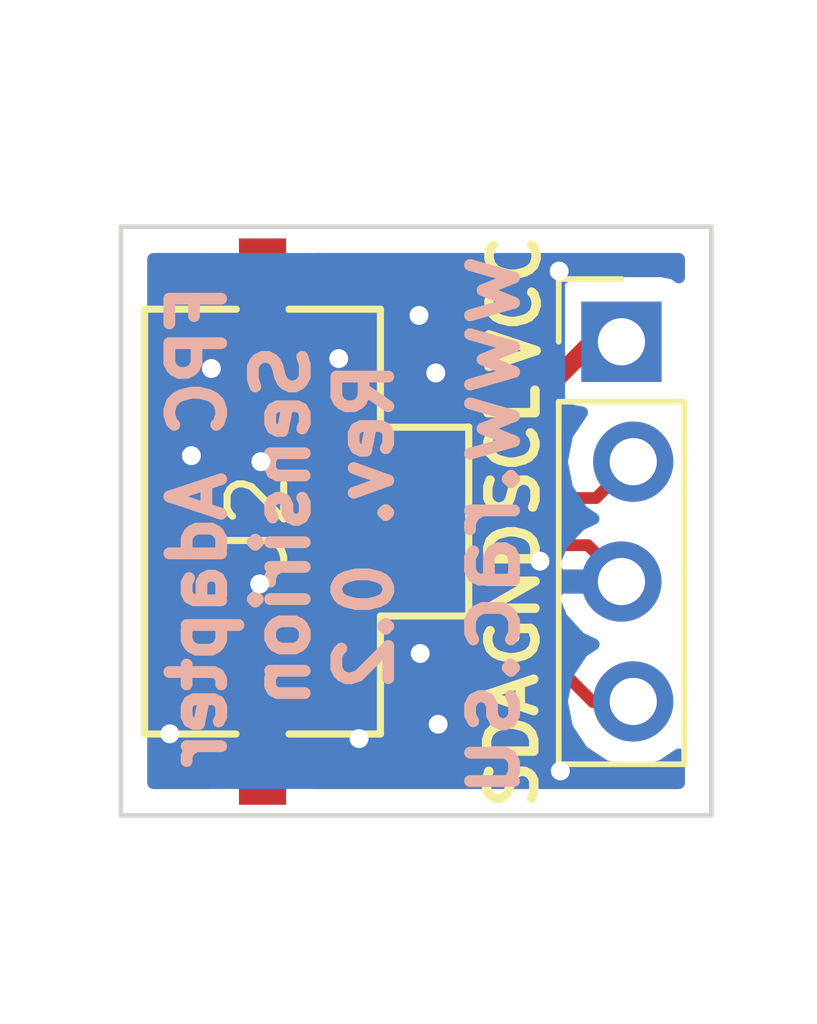
<source format=kicad_pcb>
(kicad_pcb (version 4) (host pcbnew 4.0.7-e2-6376~60~ubuntu17.10.1)

  (general
    (links 6)
    (no_connects 0)
    (area 142.443999 98.705184 154.750001 111.276664)
    (thickness 1.6)
    (drawings 10)
    (tracks 60)
    (zones 0)
    (modules 2)
    (nets 5)
  )

  (page A4)
  (title_block
    (title "FPC to DIP Breadboard adapter")
    (date 2018-04-24)
    (rev 0.2)
    (company "GDG Zürich")
  )

  (layers
    (0 F.Cu signal)
    (31 B.Cu signal)
    (32 B.Adhes user)
    (33 F.Adhes user)
    (34 B.Paste user)
    (35 F.Paste user)
    (36 B.SilkS user)
    (37 F.SilkS user)
    (38 B.Mask user)
    (39 F.Mask user)
    (40 Dwgs.User user)
    (41 Cmts.User user)
    (42 Eco1.User user)
    (43 Eco2.User user)
    (44 Edge.Cuts user)
    (45 Margin user)
    (46 B.CrtYd user)
    (47 F.CrtYd user)
    (48 B.Fab user)
    (49 F.Fab user)
  )

  (setup
    (last_trace_width 0.25)
    (trace_clearance 0.2)
    (zone_clearance 0.508)
    (zone_45_only no)
    (trace_min 0.2)
    (segment_width 0.2)
    (edge_width 0.1)
    (via_size 0.6)
    (via_drill 0.4)
    (via_min_size 0.4)
    (via_min_drill 0.3)
    (uvia_size 0.3)
    (uvia_drill 0.1)
    (uvias_allowed no)
    (uvia_min_size 0.2)
    (uvia_min_drill 0.1)
    (pcb_text_width 0.3)
    (pcb_text_size 1.5 1.5)
    (mod_edge_width 0.15)
    (mod_text_size 1 1)
    (mod_text_width 0.15)
    (pad_size 3.5 1)
    (pad_drill 0)
    (pad_to_mask_clearance 0)
    (aux_axis_origin 0 0)
    (visible_elements FFFFFF7F)
    (pcbplotparams
      (layerselection 0x00030_80000001)
      (usegerberextensions false)
      (excludeedgelayer true)
      (linewidth 0.100000)
      (plotframeref false)
      (viasonmask false)
      (mode 1)
      (useauxorigin false)
      (hpglpennumber 1)
      (hpglpenspeed 20)
      (hpglpendiameter 15)
      (hpglpenoverlay 2)
      (psnegative false)
      (psa4output false)
      (plotreference true)
      (plotvalue true)
      (plotinvisibletext false)
      (padsonsilk false)
      (subtractmaskfromsilk false)
      (outputformat 1)
      (mirror false)
      (drillshape 1)
      (scaleselection 1)
      (outputdirectory production/))
  )

  (net 0 "")
  (net 1 /VCC)
  (net 2 /SCL)
  (net 3 /GND)
  (net 4 /SDA)

  (net_class Default "This is the default net class."
    (clearance 0.2)
    (trace_width 0.25)
    (via_dia 0.6)
    (via_drill 0.4)
    (uvia_dia 0.3)
    (uvia_drill 0.1)
    (add_net /GND)
    (add_net /SCL)
    (add_net /SDA)
    (add_net /VCC)
  )

  (module Pin_Headers:Pin_Header_Straight_1x04_Pitch2.54mm (layer F.Cu) (tedit 5ADF720A) (tstamp 5AD13054)
    (at 153.1112 101.1936)
    (descr "Through hole straight pin header, 1x04, 2.54mm pitch, single row")
    (tags "Through hole pin header THT 1x04 2.54mm single row")
    (path /5AD10660)
    (fp_text reference J1 (at -0.0508 -2.7178 90) (layer F.SilkS) hide
      (effects (font (size 1 1) (thickness 0.15)))
    )
    (fp_text value "Breadboard holes" (at 3.3 3.5 90) (layer F.Fab)
      (effects (font (size 1 1) (thickness 0.15)))
    )
    (fp_line (start -0.635 -1.27) (end 1.27 -1.27) (layer F.Fab) (width 0.1))
    (fp_line (start 1.27 -1.27) (end 1.27 8.89) (layer F.Fab) (width 0.1))
    (fp_line (start 1.27 8.89) (end -1.27 8.89) (layer F.Fab) (width 0.1))
    (fp_line (start -1.27 8.89) (end -1.27 -0.635) (layer F.Fab) (width 0.1))
    (fp_line (start -1.27 -0.635) (end -0.635 -1.27) (layer F.Fab) (width 0.1))
    (fp_line (start -1.33 8.95) (end 1.33 8.95) (layer F.SilkS) (width 0.12))
    (fp_line (start -1.33 1.27) (end -1.33 8.95) (layer F.SilkS) (width 0.12))
    (fp_line (start 1.33 1.27) (end 1.33 8.95) (layer F.SilkS) (width 0.12))
    (fp_line (start -1.33 1.27) (end 1.33 1.27) (layer F.SilkS) (width 0.12))
    (fp_line (start -1.33 0) (end -1.33 -1.33) (layer F.SilkS) (width 0.12))
    (fp_line (start -1.33 -1.33) (end 0 -1.33) (layer F.SilkS) (width 0.12))
    (fp_line (start -1.8 -1.8) (end -1.8 9.4) (layer F.CrtYd) (width 0.05))
    (fp_line (start -1.8 9.4) (end 1.8 9.4) (layer F.CrtYd) (width 0.05))
    (fp_line (start 1.8 9.4) (end 1.8 -1.8) (layer F.CrtYd) (width 0.05))
    (fp_line (start 1.8 -1.8) (end -1.8 -1.8) (layer F.CrtYd) (width 0.05))
    (fp_text user %R (at 0 3.81 90) (layer F.Fab)
      (effects (font (size 1 1) (thickness 0.15)))
    )
    (pad 1 thru_hole rect (at 0 0) (size 1.7 1.7) (drill 1) (layers *.Cu *.Mask)
      (net 1 /VCC))
    (pad 2 thru_hole oval (at 0.25 2.54) (size 1.7 1.7) (drill 1) (layers *.Cu *.Mask)
      (net 2 /SCL))
    (pad 3 thru_hole oval (at 0 5.08) (size 1.7 1.7) (drill 1) (layers *.Cu *.Mask)
      (net 3 /GND))
    (pad 4 thru_hole oval (at 0.25 7.62) (size 1.7 1.7) (drill 1) (layers *.Cu *.Mask)
      (net 4 /SDA))
    (model ${KISYS3DMOD}/Pin_Headers.3dshapes/Pin_Header_Straight_1x04_Pitch2.54mm.wrl
      (at (xyz 0 0 0))
      (scale (xyz 1 1 1))
      (rotate (xyz 0 0 0))
    )
  )

  (module footprints:FPC_4_1mm (layer F.Cu) (tedit 5ADF74A2) (tstamp 5AD1305E)
    (at 148.5011 105.0036 270)
    (path /5AD1047A)
    (fp_text reference J2 (at 0 3.0988 270) (layer F.SilkS)
      (effects (font (size 1.2 1.2) (thickness 0.15)))
    )
    (fp_text value "4 Pin FPC (1mm pitch)" (at -0.2036 7.6011 270) (layer F.Fab)
      (effects (font (size 1.2 1.2) (thickness 0.15)))
    )
    (fp_line (start 4.5 5.5) (end -4.5 5.5) (layer F.SilkS) (width 0.15))
    (fp_line (start -4.5 5.5) (end -4.5 3.555996) (layer F.SilkS) (width 0.15))
    (fp_line (start -4.5 0.5) (end -2 0.5) (layer F.SilkS) (width 0.15))
    (fp_line (start -2 0.5) (end -2 -1.371611) (layer F.SilkS) (width 0.15))
    (fp_line (start -2.0066 -1.3716) (end 1.9934 -1.3716) (layer F.SilkS) (width 0.15))
    (fp_line (start 2 -1.371694) (end 2 0.5) (layer F.SilkS) (width 0.15))
    (fp_line (start 2 0.5) (end 4.5 0.5) (layer F.SilkS) (width 0.15))
    (fp_line (start 4.5 0.5) (end 4.5 2.438404) (layer F.SilkS) (width 0.15))
    (fp_line (start 4.5 3.563084) (end 4.5 5.5) (layer F.SilkS) (width 0.15))
    (fp_line (start -4.5 2.438404) (end -4.5 0.5) (layer F.SilkS) (width 0.15))
    (pad 1 smd rect (at -1.5 -0.2 270) (size 0.25 2) (layers F.Cu F.Paste F.Mask)
      (net 1 /VCC))
    (pad 2 smd rect (at -0.5 -0.2 270) (size 0.25 2) (layers F.Cu F.Paste F.Mask)
      (net 2 /SCL))
    (pad 3 smd rect (at 0.5 -0.2 270) (size 0.25 2) (layers F.Cu F.Paste F.Mask)
      (net 3 /GND))
    (pad 4 smd rect (at 1.5 -0.2 270) (size 0.25 2) (layers F.Cu F.Paste F.Mask)
      (net 4 /SDA))
    (pad 0 smd rect (at -4.25 3 270) (size 3.5 1) (layers F.Cu F.Paste F.Mask)
      (net 3 /GND))
    (pad 0 smd rect (at 4.25 3 270) (size 3.5 1) (layers F.Cu F.Paste F.Mask)
      (net 3 /GND))
  )

  (gr_text SDA (at 150.7998 109.6518 90) (layer F.SilkS) (tstamp 5AE1224B)
    (effects (font (size 1 1) (thickness 0.2)))
  )
  (gr_text GND (at 150.8252 106.553 90) (layer F.SilkS) (tstamp 5AE12246)
    (effects (font (size 1 1) (thickness 0.2)))
  )
  (gr_text SCL (at 150.8252 103.505 90) (layer F.SilkS) (tstamp 5AE11EEB)
    (effects (font (size 1 1) (thickness 0.2)))
  )
  (gr_text VCC (at 150.8506 100.3808 90) (layer F.SilkS)
    (effects (font (size 1 1) (thickness 0.2)))
  )
  (gr_text www.rac.su (at 150.2 105.1 90) (layer B.SilkS)
    (effects (font (size 1.4 1.4) (thickness 0.25)) (justify mirror))
  )
  (gr_text "FPC Adapter\nSensirion\nRev. 0.2" (at 145.9 105.1 90) (layer B.SilkS)
    (effects (font (size 1.1 1.1) (thickness 0.25)) (justify mirror))
  )
  (gr_line (start 142.5 111.226639) (end 142.5 98.755185) (angle 90) (layer Edge.Cuts) (width 0.1))
  (gr_line (start 155.016225 111.2266) (end 142.494 111.2266) (angle 90) (layer Edge.Cuts) (width 0.1))
  (gr_line (start 155.0162 98.755195) (end 155.0162 111.226663) (angle 90) (layer Edge.Cuts) (width 0.1))
  (gr_line (start 142.494 98.7552) (end 155.016225 98.7552) (angle 90) (layer Edge.Cuts) (width 0.1))

  (segment (start 148.5011 103.5036) (end 150.1964 103.5036) (width 0.4) (layer F.Cu) (net 1))
  (segment (start 150.1964 103.5036) (end 152.491602 101.208398) (width 0.4) (layer F.Cu) (net 1))
  (segment (start 152.491602 101.208398) (end 153.133338 101.208398) (width 0.25) (layer F.Cu) (net 1))
  (segment (start 148.5011 104.5036) (end 152.572909 104.5036) (width 0.25) (layer F.Cu) (net 2))
  (segment (start 152.572909 104.5036) (end 153.347744 103.728765) (width 0.25) (layer F.Cu) (net 2))
  (segment (start 144.115805 102.059664) (end 144.415804 101.759665) (width 0.25) (layer B.Cu) (net 3))
  (segment (start 143.9926 102.182869) (end 144.115805 102.059664) (width 0.25) (layer B.Cu) (net 3))
  (segment (start 143.5354 102.640069) (end 144.115805 102.059664) (width 0.25) (layer F.Cu) (net 3))
  (segment (start 143.9926 103.6066) (end 143.9926 102.182869) (width 0.25) (layer B.Cu) (net 3))
  (segment (start 144.115805 102.059664) (end 144.415804 101.759665) (width 0.25) (layer F.Cu) (net 3))
  (segment (start 143.5354 109.4994) (end 143.5354 102.640069) (width 0.25) (layer F.Cu) (net 3))
  (via (at 144.415804 101.759665) (size 0.6) (drill 0.4) (layers F.Cu B.Cu) (net 3))
  (via (at 143.9926 103.6066) (size 0.6) (drill 0.4) (layers F.Cu B.Cu) (net 3))
  (segment (start 145.4404 106.3244) (end 145.4404 107.5944) (width 0.25) (layer B.Cu) (net 3))
  (segment (start 145.4404 107.5944) (end 143.5354 109.4994) (width 0.25) (layer B.Cu) (net 3))
  (via (at 143.5354 109.4994) (size 0.6) (drill 0.4) (layers F.Cu B.Cu) (net 3))
  (segment (start 147.5486 109.601) (end 147.1168 109.1692) (width 0.25) (layer F.Cu) (net 3))
  (segment (start 147.1168 109.1692) (end 147.1168 101.5492) (width 0.25) (layer F.Cu) (net 3))
  (via (at 147.1168 101.5492) (size 0.6) (drill 0.4) (layers F.Cu B.Cu) (net 3))
  (segment (start 151.8158 110.2868) (end 148.2344 110.2868) (width 0.25) (layer B.Cu) (net 3))
  (segment (start 148.2344 110.2868) (end 147.5486 109.601) (width 0.25) (layer B.Cu) (net 3))
  (via (at 147.5486 109.601) (size 0.6) (drill 0.4) (layers F.Cu B.Cu) (net 3))
  (segment (start 149.225 109.2962) (end 150.2156 110.2868) (width 0.25) (layer F.Cu) (net 3))
  (segment (start 150.2156 110.2868) (end 151.8158 110.2868) (width 0.25) (layer F.Cu) (net 3))
  (via (at 151.8158 110.2868) (size 0.6) (drill 0.4) (layers F.Cu B.Cu) (net 3))
  (segment (start 148.844 107.7976) (end 148.844 108.9152) (width 0.25) (layer B.Cu) (net 3))
  (segment (start 148.844 108.9152) (end 149.225 109.2962) (width 0.25) (layer B.Cu) (net 3))
  (via (at 149.225 109.2962) (size 0.6) (drill 0.4) (layers F.Cu B.Cu) (net 3))
  (segment (start 146.939 107.5944) (end 147.1422 107.7976) (width 0.25) (layer F.Cu) (net 3))
  (segment (start 147.1422 107.7976) (end 148.844 107.7976) (width 0.25) (layer F.Cu) (net 3))
  (via (at 148.844 107.7976) (size 0.6) (drill 0.4) (layers F.Cu B.Cu) (net 3))
  (segment (start 146.939 105.8258) (end 146.939 107.5944) (width 0.25) (layer F.Cu) (net 3))
  (segment (start 146.6168 105.5036) (end 146.939 105.8258) (width 0.25) (layer F.Cu) (net 3))
  (segment (start 151.384 105.8418) (end 151.0458 105.5036) (width 0.25) (layer F.Cu) (net 3))
  (segment (start 151.0458 105.5036) (end 146.6168 105.5036) (width 0.4) (layer F.Cu) (net 3))
  (segment (start 151.7904 99.695) (end 151.7904 105.4354) (width 0.25) (layer B.Cu) (net 3))
  (segment (start 151.7904 105.4354) (end 151.384 105.8418) (width 0.25) (layer B.Cu) (net 3))
  (via (at 151.384 105.8418) (size 0.6) (drill 0.4) (layers F.Cu B.Cu) (net 3))
  (segment (start 149.1742 101.854) (end 151.3332 99.695) (width 0.25) (layer F.Cu) (net 3))
  (segment (start 151.3332 99.695) (end 151.7904 99.695) (width 0.25) (layer F.Cu) (net 3))
  (via (at 151.7904 99.695) (size 0.6) (drill 0.4) (layers F.Cu B.Cu) (net 3))
  (segment (start 148.8186 100.6348) (end 148.8186 101.4984) (width 0.25) (layer B.Cu) (net 3))
  (segment (start 148.8186 101.4984) (end 149.1742 101.854) (width 0.25) (layer B.Cu) (net 3))
  (via (at 149.1742 101.854) (size 0.6) (drill 0.4) (layers F.Cu B.Cu) (net 3))
  (segment (start 145.5011 100.7536) (end 148.6998 100.7536) (width 0.25) (layer F.Cu) (net 3))
  (segment (start 148.6998 100.7536) (end 148.8186 100.6348) (width 0.25) (layer F.Cu) (net 3))
  (via (at 148.8186 100.6348) (size 0.6) (drill 0.4) (layers F.Cu B.Cu) (net 3))
  (segment (start 145.4658 103.7336) (end 145.4658 100.7889) (width 0.25) (layer F.Cu) (net 3))
  (segment (start 145.4658 100.7889) (end 145.5011 100.7536) (width 0.25) (layer F.Cu) (net 3))
  (segment (start 145.4404 106.3244) (end 145.4404 103.759) (width 0.25) (layer B.Cu) (net 3))
  (segment (start 145.4404 103.759) (end 145.4658 103.7336) (width 0.25) (layer B.Cu) (net 3))
  (via (at 145.4658 103.7336) (size 0.6) (drill 0.4) (layers F.Cu B.Cu) (net 3))
  (segment (start 145.5011 109.2536) (end 145.5011 106.3851) (width 0.25) (layer F.Cu) (net 3))
  (segment (start 145.5011 106.3851) (end 145.4404 106.3244) (width 0.25) (layer F.Cu) (net 3))
  (via (at 145.4404 106.3244) (size 0.6) (drill 0.4) (layers F.Cu B.Cu) (net 3))
  (segment (start 148.5011 105.5036) (end 152.398354 105.5036) (width 0.25) (layer F.Cu) (net 3))
  (segment (start 152.398354 105.5036) (end 153.160512 106.265758) (width 0.25) (layer F.Cu) (net 3))
  (segment (start 148.5011 106.5036) (end 150.1836 106.5036) (width 0.25) (layer F.Cu) (net 4))
  (segment (start 150.1836 106.5036) (end 152.505912 108.825912) (width 0.25) (layer F.Cu) (net 4))
  (segment (start 152.505912 108.825912) (end 153.392607 108.825912) (width 0.25) (layer F.Cu) (net 4))

  (zone (net 3) (net_name /GND) (layer F.Cu) (tstamp 0) (hatch edge 0.508)
    (connect_pads (clearance 0.508))
    (min_thickness 0.254)
    (fill yes (arc_segments 16) (thermal_gap 0.508) (thermal_bridge_width 0.508))
    (polygon
      (pts
        (xy 142.494 98.7552) (xy 155.017256 98.7552) (xy 155.0162 111.2266) (xy 142.494 111.2266)
      )
    )
    (filled_polygon
      (pts
        (xy 144.3661 100.46785) (xy 144.52485 100.6266) (xy 145.3741 100.6266) (xy 145.3741 100.6066) (xy 145.6281 100.6066)
        (xy 145.6281 100.6266) (xy 146.47735 100.6266) (xy 146.6361 100.46785) (xy 146.6361 99.4402) (xy 154.3312 99.4402)
        (xy 154.3312 99.82787) (xy 154.21309 99.747169) (xy 153.9612 99.69616) (xy 152.2612 99.69616) (xy 152.025883 99.740438)
        (xy 151.809759 99.87951) (xy 151.664769 100.09171) (xy 151.61376 100.3436) (xy 151.61376 100.905372) (xy 149.850532 102.6686)
        (xy 148.5011 102.6686) (xy 148.186591 102.73116) (xy 147.7011 102.73116) (xy 147.465783 102.775438) (xy 147.249659 102.91451)
        (xy 147.104669 103.12671) (xy 147.05366 103.3786) (xy 147.05366 103.6286) (xy 147.097938 103.863917) (xy 147.18829 104.004327)
        (xy 147.104669 104.12671) (xy 147.05366 104.3786) (xy 147.05366 104.6286) (xy 147.097938 104.863917) (xy 147.184005 104.997669)
        (xy 147.162773 105.018902) (xy 147.0661 105.252291) (xy 147.0661 105.28235) (xy 147.22485 105.4411) (xy 148.5741 105.4411)
        (xy 148.5741 105.3786) (xy 148.8281 105.3786) (xy 148.8281 105.4411) (xy 150.17735 105.4411) (xy 150.3361 105.28235)
        (xy 150.3361 105.2636) (xy 152.061078 105.2636) (xy 151.839555 105.506676) (xy 151.669724 105.91671) (xy 151.791045 106.1466)
        (xy 152.9842 106.1466) (xy 152.9842 106.1266) (xy 153.2382 106.1266) (xy 153.2382 106.1466) (xy 153.2582 106.1466)
        (xy 153.2582 106.4006) (xy 153.2382 106.4006) (xy 153.2382 106.4206) (xy 152.9842 106.4206) (xy 152.9842 106.4006)
        (xy 151.791045 106.4006) (xy 151.669724 106.63049) (xy 151.839555 107.040524) (xy 152.229842 107.468783) (xy 152.519566 107.604845)
        (xy 152.423702 107.6689) (xy 150.721001 105.966199) (xy 150.474439 105.801452) (xy 150.328819 105.772486) (xy 150.3361 105.754909)
        (xy 150.3361 105.72485) (xy 150.17735 105.5661) (xy 148.8281 105.5661) (xy 148.8281 105.6286) (xy 148.5741 105.6286)
        (xy 148.5741 105.5661) (xy 147.22485 105.5661) (xy 147.0661 105.72485) (xy 147.0661 105.754909) (xy 147.162773 105.988298)
        (xy 147.184438 106.009964) (xy 147.104669 106.12671) (xy 147.05366 106.3786) (xy 147.05366 106.6286) (xy 147.097938 106.863917)
        (xy 147.23701 107.080041) (xy 147.44921 107.225031) (xy 147.7011 107.27604) (xy 149.7011 107.27604) (xy 149.767213 107.2636)
        (xy 149.868798 107.2636) (xy 151.953457 109.348259) (xy 151.960146 109.381885) (xy 152.282053 109.863654) (xy 152.763822 110.185561)
        (xy 153.332107 110.2986) (xy 153.390293 110.2986) (xy 153.958578 110.185561) (xy 154.3312 109.936584) (xy 154.3312 110.5416)
        (xy 146.6361 110.5416) (xy 146.6361 109.53935) (xy 146.47735 109.3806) (xy 145.6281 109.3806) (xy 145.6281 109.4006)
        (xy 145.3741 109.4006) (xy 145.3741 109.3806) (xy 144.52485 109.3806) (xy 144.3661 109.53935) (xy 144.3661 110.5416)
        (xy 143.185 110.5416) (xy 143.185 107.377291) (xy 144.3661 107.377291) (xy 144.3661 108.96785) (xy 144.52485 109.1266)
        (xy 145.3741 109.1266) (xy 145.3741 107.02735) (xy 145.6281 107.02735) (xy 145.6281 109.1266) (xy 146.47735 109.1266)
        (xy 146.6361 108.96785) (xy 146.6361 107.377291) (xy 146.539427 107.143902) (xy 146.360799 106.965273) (xy 146.12741 106.8686)
        (xy 145.78685 106.8686) (xy 145.6281 107.02735) (xy 145.3741 107.02735) (xy 145.21535 106.8686) (xy 144.87479 106.8686)
        (xy 144.641401 106.965273) (xy 144.462773 107.143902) (xy 144.3661 107.377291) (xy 143.185 107.377291) (xy 143.185 101.03935)
        (xy 144.3661 101.03935) (xy 144.3661 102.629909) (xy 144.462773 102.863298) (xy 144.641401 103.041927) (xy 144.87479 103.1386)
        (xy 145.21535 103.1386) (xy 145.3741 102.97985) (xy 145.3741 100.8806) (xy 145.6281 100.8806) (xy 145.6281 102.97985)
        (xy 145.78685 103.1386) (xy 146.12741 103.1386) (xy 146.360799 103.041927) (xy 146.539427 102.863298) (xy 146.6361 102.629909)
        (xy 146.6361 101.03935) (xy 146.47735 100.8806) (xy 145.6281 100.8806) (xy 145.3741 100.8806) (xy 144.52485 100.8806)
        (xy 144.3661 101.03935) (xy 143.185 101.03935) (xy 143.185 99.4402) (xy 144.3661 99.4402)
      )
    )
  )
  (zone (net 3) (net_name /GND) (layer B.Cu) (tstamp 5AE1227A) (hatch edge 0.508)
    (connect_pads (clearance 0.508))
    (min_thickness 0.254)
    (fill yes (arc_segments 16) (thermal_gap 0.508) (thermal_bridge_width 0.508))
    (polygon
      (pts
        (xy 142.494 98.7552) (xy 155.017256 98.7552) (xy 155.0162 111.2266) (xy 142.494 111.2266)
      )
    )
    (filled_polygon
      (pts
        (xy 154.3312 99.82787) (xy 154.21309 99.747169) (xy 153.9612 99.69616) (xy 152.2612 99.69616) (xy 152.025883 99.740438)
        (xy 151.809759 99.87951) (xy 151.664769 100.09171) (xy 151.61376 100.3436) (xy 151.61376 102.0436) (xy 151.658038 102.278917)
        (xy 151.79711 102.495041) (xy 152.00931 102.640031) (xy 152.2612 102.69104) (xy 152.277046 102.69104) (xy 151.960146 103.165315)
        (xy 151.847107 103.7336) (xy 151.960146 104.301885) (xy 152.282053 104.783654) (xy 152.519566 104.942355) (xy 152.229842 105.078417)
        (xy 151.839555 105.506676) (xy 151.669724 105.91671) (xy 151.791045 106.1466) (xy 152.9842 106.1466) (xy 152.9842 106.1266)
        (xy 153.2382 106.1266) (xy 153.2382 106.1466) (xy 153.2582 106.1466) (xy 153.2582 106.4006) (xy 153.2382 106.4006)
        (xy 153.2382 106.4206) (xy 152.9842 106.4206) (xy 152.9842 106.4006) (xy 151.791045 106.4006) (xy 151.669724 106.63049)
        (xy 151.839555 107.040524) (xy 152.229842 107.468783) (xy 152.519566 107.604845) (xy 152.282053 107.763546) (xy 151.960146 108.245315)
        (xy 151.847107 108.8136) (xy 151.960146 109.381885) (xy 152.282053 109.863654) (xy 152.763822 110.185561) (xy 153.332107 110.2986)
        (xy 153.390293 110.2986) (xy 153.958578 110.185561) (xy 154.3312 109.936584) (xy 154.3312 110.5416) (xy 143.185 110.5416)
        (xy 143.185 99.4402) (xy 154.3312 99.4402)
      )
    )
  )
)

</source>
